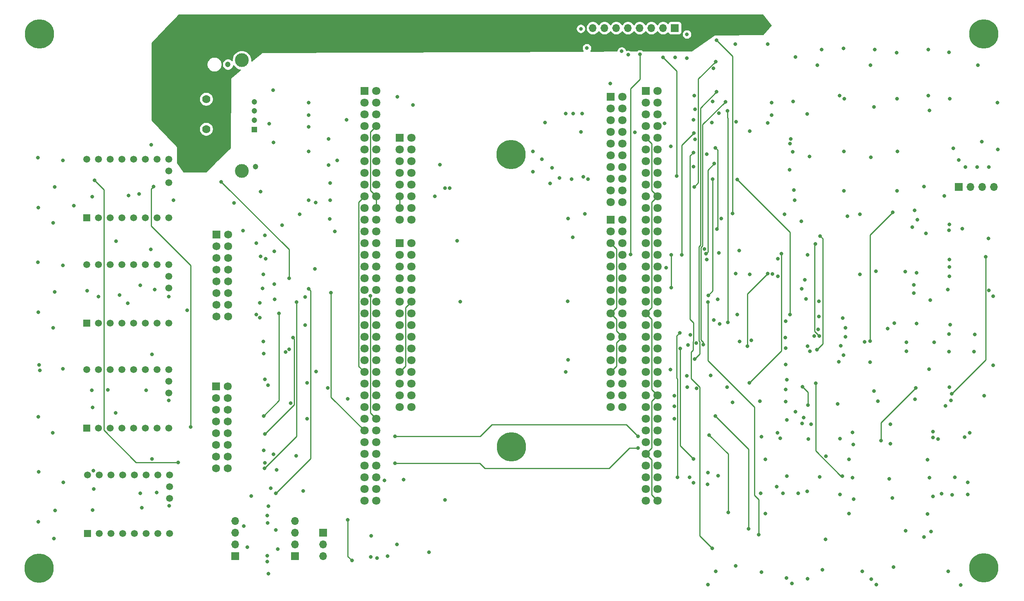
<source format=gbr>
G04 #@! TF.GenerationSoftware,KiCad,Pcbnew,(5.1.5-0-10_14)*
G04 #@! TF.CreationDate,2020-06-29T22:51:02-04:00*
G04 #@! TF.ProjectId,Pufferfish-Controller-1,50756666-6572-4666-9973-682d436f6e74,rev?*
G04 #@! TF.SameCoordinates,Original*
G04 #@! TF.FileFunction,Copper,L3,Inr*
G04 #@! TF.FilePolarity,Positive*
%FSLAX46Y46*%
G04 Gerber Fmt 4.6, Leading zero omitted, Abs format (unit mm)*
G04 Created by KiCad (PCBNEW (5.1.5-0-10_14)) date 2020-06-29 22:51:02*
%MOMM*%
%LPD*%
G04 APERTURE LIST*
%ADD10C,1.800000*%
%ADD11R,1.800000X1.800000*%
%ADD12R,1.508000X1.508000*%
%ADD13C,1.508000*%
%ADD14C,6.350000*%
%ADD15C,1.725000*%
%ADD16R,1.725000X1.725000*%
%ADD17R,1.300000X1.300000*%
%ADD18C,1.200000*%
%ADD19C,3.000000*%
%ADD20C,1.778000*%
%ADD21O,1.700000X1.700000*%
%ADD22R,1.700000X1.700000*%
%ADD23C,0.800000*%
%ADD24C,0.250000*%
%ADD25C,0.254000*%
G04 APERTURE END LIST*
D10*
X276708000Y-288209000D03*
X274168000Y-288209000D03*
X276708000Y-285669000D03*
X274168000Y-285669000D03*
X276708000Y-283129000D03*
X274168000Y-283129000D03*
X276708000Y-280589000D03*
X274168000Y-280589000D03*
X276708000Y-278049000D03*
X274168000Y-278049000D03*
X276708000Y-275509000D03*
X274168000Y-275509000D03*
X276708000Y-272969000D03*
X274168000Y-272969000D03*
X276708000Y-270429000D03*
X274168000Y-270429000D03*
X276708000Y-267889000D03*
X274168000Y-267889000D03*
X276708000Y-265349000D03*
X274168000Y-265349000D03*
X276708000Y-262809000D03*
X274168000Y-262809000D03*
X276708000Y-260269000D03*
X274168000Y-260269000D03*
X276708000Y-257729000D03*
X274168000Y-257729000D03*
X276708000Y-255189000D03*
X274168000Y-255189000D03*
X276708000Y-252649000D03*
X274168000Y-252649000D03*
X276708000Y-250109000D03*
X274168000Y-250109000D03*
X276708000Y-247569000D03*
X274168000Y-247569000D03*
X276708000Y-245029000D03*
X274168000Y-245029000D03*
X276708000Y-242489000D03*
X274168000Y-242489000D03*
X276708000Y-239949000D03*
X274168000Y-239949000D03*
X276708000Y-237409000D03*
X274168000Y-237409000D03*
X276708000Y-234869000D03*
X274168000Y-234869000D03*
X276708000Y-232329000D03*
X274168000Y-232329000D03*
X276708000Y-229789000D03*
X274168000Y-229789000D03*
X276708000Y-227249000D03*
X274168000Y-227249000D03*
X276708000Y-224709000D03*
X274168000Y-224709000D03*
X276708000Y-222169000D03*
X274168000Y-222169000D03*
X276708000Y-219629000D03*
X274168000Y-219629000D03*
X276708000Y-217089000D03*
X274168000Y-217089000D03*
X276708000Y-214549000D03*
X274168000Y-214549000D03*
X276708000Y-212009000D03*
X274168000Y-212009000D03*
X276708000Y-209469000D03*
X274168000Y-209469000D03*
X276708000Y-206929000D03*
X274168000Y-206929000D03*
X276708000Y-204389000D03*
X274168000Y-204389000D03*
X276708000Y-201849000D03*
X274168000Y-201849000D03*
X276708000Y-199309000D03*
D11*
X274168000Y-199309000D03*
D10*
X269088000Y-267889000D03*
X266548000Y-267889000D03*
X269088000Y-265349000D03*
X266548000Y-265349000D03*
X269088000Y-262809000D03*
X266548000Y-262809000D03*
X269088000Y-260269000D03*
X266548000Y-260269000D03*
X269088000Y-257729000D03*
X266548000Y-257729000D03*
X269088000Y-255189000D03*
X266548000Y-255189000D03*
X269088000Y-252649000D03*
X266548000Y-252649000D03*
X269088000Y-250109000D03*
X266548000Y-250109000D03*
X269088000Y-247569000D03*
X266548000Y-247569000D03*
X269088000Y-245029000D03*
X266548000Y-245029000D03*
X269088000Y-242489000D03*
X266548000Y-242489000D03*
X269088000Y-239949000D03*
X266548000Y-239949000D03*
X269088000Y-237409000D03*
X266548000Y-237409000D03*
X269088000Y-234869000D03*
X266548000Y-234869000D03*
X269088000Y-232329000D03*
X266548000Y-232329000D03*
X269088000Y-229789000D03*
X266548000Y-229789000D03*
X269088000Y-227249000D03*
D11*
X266548000Y-227249000D03*
D10*
X269088000Y-223439000D03*
X266548000Y-223439000D03*
X269088000Y-220899000D03*
X266548000Y-220899000D03*
X269088000Y-218359000D03*
X266548000Y-218359000D03*
X269088000Y-215819000D03*
X266548000Y-215819000D03*
X269088000Y-213279000D03*
X266548000Y-213279000D03*
X269088000Y-210739000D03*
X266548000Y-210739000D03*
X269088000Y-208199000D03*
X266548000Y-208199000D03*
X269088000Y-205659000D03*
X266548000Y-205659000D03*
X269088000Y-203119000D03*
X266548000Y-203119000D03*
X269088000Y-200579000D03*
D11*
X266548000Y-200579000D03*
D10*
X223368000Y-267889000D03*
X220828000Y-267889000D03*
X223368000Y-265349000D03*
X220828000Y-265349000D03*
X223368000Y-262809000D03*
X220828000Y-262809000D03*
X223368000Y-260269000D03*
X220828000Y-260269000D03*
X223368000Y-257729000D03*
X220828000Y-257729000D03*
X223368000Y-255189000D03*
X220828000Y-255189000D03*
X223368000Y-252649000D03*
X220828000Y-252649000D03*
X223368000Y-250109000D03*
X220828000Y-250109000D03*
X223368000Y-247569000D03*
X220828000Y-247569000D03*
X223368000Y-245029000D03*
X220828000Y-245029000D03*
X223368000Y-242489000D03*
X220828000Y-242489000D03*
X223368000Y-239949000D03*
X220828000Y-239949000D03*
X223368000Y-237409000D03*
X220828000Y-237409000D03*
X223368000Y-234869000D03*
X220828000Y-234869000D03*
X223368000Y-232329000D03*
D11*
X220828000Y-232329000D03*
D10*
X223368000Y-227249000D03*
X220828000Y-227249000D03*
X223368000Y-224709000D03*
X220828000Y-224709000D03*
X223368000Y-222169000D03*
X220828000Y-222169000D03*
X223368000Y-219629000D03*
X220828000Y-219629000D03*
X223368000Y-217089000D03*
X220828000Y-217089000D03*
X223368000Y-214549000D03*
X220828000Y-214549000D03*
X223368000Y-212009000D03*
X220828000Y-212009000D03*
X223368000Y-209469000D03*
D11*
X220828000Y-209469000D03*
D10*
X215748000Y-288209000D03*
X213208000Y-288209000D03*
X215748000Y-285669000D03*
X213208000Y-285669000D03*
X215748000Y-283129000D03*
X213208000Y-283129000D03*
X215748000Y-280589000D03*
X213208000Y-280589000D03*
X215748000Y-278049000D03*
X213208000Y-278049000D03*
X215748000Y-275509000D03*
X213208000Y-275509000D03*
X215748000Y-272969000D03*
X213208000Y-272969000D03*
X215748000Y-270429000D03*
X213208000Y-270429000D03*
X215748000Y-267889000D03*
X213208000Y-267889000D03*
X215748000Y-265349000D03*
X213208000Y-265349000D03*
X215748000Y-262809000D03*
X213208000Y-262809000D03*
X215748000Y-260269000D03*
X213208000Y-260269000D03*
X215748000Y-257729000D03*
X213208000Y-257729000D03*
X215748000Y-255189000D03*
X213208000Y-255189000D03*
X215748000Y-252649000D03*
X213208000Y-252649000D03*
X215748000Y-250109000D03*
X213208000Y-250109000D03*
X215748000Y-247569000D03*
X213208000Y-247569000D03*
X215748000Y-245029000D03*
X213208000Y-245029000D03*
X215748000Y-242489000D03*
X213208000Y-242489000D03*
X215748000Y-239949000D03*
X213208000Y-239949000D03*
X215748000Y-237409000D03*
X213208000Y-237409000D03*
X215748000Y-234869000D03*
X213208000Y-234869000D03*
X215748000Y-232329000D03*
X213208000Y-232329000D03*
X215748000Y-229789000D03*
X213208000Y-229789000D03*
X215748000Y-227249000D03*
X213208000Y-227249000D03*
X215748000Y-224709000D03*
X213208000Y-224709000D03*
X215748000Y-222169000D03*
X213208000Y-222169000D03*
X215748000Y-219629000D03*
X213208000Y-219629000D03*
X215748000Y-217089000D03*
X213208000Y-217089000D03*
X215748000Y-214549000D03*
X213208000Y-214549000D03*
X215748000Y-212009000D03*
X213208000Y-212009000D03*
X215748000Y-209469000D03*
X213208000Y-209469000D03*
X215748000Y-206929000D03*
X213208000Y-206929000D03*
X215748000Y-204389000D03*
X213208000Y-204389000D03*
X215748000Y-201849000D03*
X213208000Y-201849000D03*
X215748000Y-199309000D03*
D11*
X213208000Y-199309000D03*
D12*
X153035000Y-272415000D03*
D13*
X160655000Y-272415000D03*
X170815000Y-272415000D03*
X165735000Y-272415000D03*
X158115000Y-272415000D03*
X155575000Y-272415000D03*
X168275000Y-272415000D03*
X163195000Y-272415000D03*
X160655000Y-259715000D03*
X158115000Y-259715000D03*
X155575000Y-259715000D03*
X168275000Y-259715000D03*
X163195000Y-259715000D03*
X153035000Y-259715000D03*
X165735000Y-259715000D03*
X170815000Y-259715000D03*
X170815000Y-264795000D03*
X170815000Y-262255000D03*
D12*
X153035000Y-226822000D03*
D13*
X160655000Y-226822000D03*
X170815000Y-226822000D03*
X165735000Y-226822000D03*
X158115000Y-226822000D03*
X155575000Y-226822000D03*
X168275000Y-226822000D03*
X163195000Y-226822000D03*
X160655000Y-214122000D03*
X158115000Y-214122000D03*
X155575000Y-214122000D03*
X168275000Y-214122000D03*
X163195000Y-214122000D03*
X153035000Y-214122000D03*
X165735000Y-214122000D03*
X170815000Y-214122000D03*
X170815000Y-219202000D03*
X170815000Y-216662000D03*
D12*
X153035000Y-249682000D03*
D13*
X160655000Y-249682000D03*
X170815000Y-249682000D03*
X165735000Y-249682000D03*
X158115000Y-249682000D03*
X155575000Y-249682000D03*
X168275000Y-249682000D03*
X163195000Y-249682000D03*
X160655000Y-236982000D03*
X158115000Y-236982000D03*
X155575000Y-236982000D03*
X168275000Y-236982000D03*
X163195000Y-236982000D03*
X153035000Y-236982000D03*
X165735000Y-236982000D03*
X170815000Y-236982000D03*
X170815000Y-242062000D03*
X170815000Y-239522000D03*
D12*
X153162000Y-295275000D03*
D13*
X160782000Y-295275000D03*
X170942000Y-295275000D03*
X165862000Y-295275000D03*
X158242000Y-295275000D03*
X155702000Y-295275000D03*
X168402000Y-295275000D03*
X163322000Y-295275000D03*
X160782000Y-282575000D03*
X158242000Y-282575000D03*
X155702000Y-282575000D03*
X168402000Y-282575000D03*
X163322000Y-282575000D03*
X153162000Y-282575000D03*
X165862000Y-282575000D03*
X170942000Y-282575000D03*
X170942000Y-287655000D03*
X170942000Y-285115000D03*
D14*
X245046000Y-276555000D03*
X142748000Y-186944000D03*
X142684000Y-302832000D03*
X347408000Y-186944000D03*
X245008000Y-213106000D03*
X347408000Y-302768000D03*
D15*
X183566000Y-281163000D03*
X181026000Y-281163000D03*
X183566000Y-278623000D03*
X181026000Y-278623000D03*
X183566000Y-276083000D03*
X181026000Y-276083000D03*
X183566000Y-273543000D03*
X181026000Y-273543000D03*
X183566000Y-271003000D03*
X181026000Y-271003000D03*
X183566000Y-268463000D03*
X181026000Y-268463000D03*
X183566000Y-265923000D03*
X181026000Y-265923000D03*
X183566000Y-263383000D03*
D16*
X181026000Y-263383000D03*
D15*
X183667000Y-248196000D03*
X181127000Y-248196000D03*
X183667000Y-245656000D03*
X181127000Y-245656000D03*
X183667000Y-243116000D03*
X181127000Y-243116000D03*
X183667000Y-240576000D03*
X181127000Y-240576000D03*
X183667000Y-238036000D03*
X181127000Y-238036000D03*
X183667000Y-235496000D03*
X181127000Y-235496000D03*
X183667000Y-232956000D03*
X181127000Y-232956000D03*
X183667000Y-230416000D03*
D16*
X181127000Y-230416000D03*
D17*
X189370000Y-207645000D03*
D18*
X189370000Y-205645000D03*
X189370000Y-203645000D03*
X189370000Y-201645000D03*
X183620000Y-193545000D03*
X189620000Y-215745000D03*
D19*
X186620000Y-192645000D03*
X186620000Y-216645000D03*
D20*
X178892000Y-207555000D03*
X178892000Y-201055000D03*
D21*
X349631500Y-220091500D03*
X347091500Y-220091500D03*
D22*
X342011500Y-220091500D03*
D21*
X344551500Y-220091500D03*
D22*
X204203500Y-295160500D03*
D21*
X204203500Y-297700500D03*
X204203500Y-300240500D03*
X198119500Y-292595500D03*
X198119500Y-295135500D03*
D22*
X198119500Y-300215500D03*
D21*
X198119500Y-297675500D03*
X262674500Y-185648500D03*
X265214500Y-185648500D03*
X267754500Y-185648500D03*
X270294500Y-185648500D03*
X272834500Y-185648500D03*
X275374500Y-185648500D03*
D22*
X280454500Y-185648500D03*
D21*
X277914500Y-185648500D03*
X185229500Y-292595500D03*
X185229500Y-295135500D03*
D22*
X185229500Y-300215500D03*
D21*
X185229500Y-297675500D03*
D23*
X317436500Y-252603000D03*
X310705500Y-252476000D03*
X291782500Y-263588500D03*
X283083000Y-187007500D03*
X260096000Y-185801000D03*
X258318000Y-231076500D03*
X249745500Y-212407500D03*
X249745500Y-216852500D03*
X228473000Y-222123000D03*
X223710500Y-202311000D03*
X209359500Y-205549500D03*
X201104500Y-223012000D03*
X186880500Y-229616000D03*
X233934000Y-244983000D03*
X256857500Y-260286500D03*
X145732500Y-227901500D03*
X145923000Y-296418000D03*
X145669000Y-273431000D03*
X145732500Y-250698000D03*
X142557500Y-270002000D03*
X142621000Y-281940000D03*
X142430500Y-213804500D03*
X142430500Y-236474000D03*
X142684500Y-258699000D03*
X142557500Y-247269000D03*
X142557500Y-224599500D03*
X142557500Y-292735000D03*
X350393000Y-201803000D03*
X306006500Y-212471000D03*
X306260500Y-220789500D03*
X338836000Y-222059500D03*
X350456500Y-211963000D03*
X339852000Y-190944500D03*
X306578000Y-191897000D03*
X306133500Y-201549000D03*
X317119000Y-212407500D03*
X328676000Y-212407500D03*
X340804500Y-211709000D03*
X214630000Y-295846500D03*
X214566500Y-300418500D03*
X332816600Y-249794600D03*
X316883100Y-248582400D03*
X293949100Y-247791800D03*
X320615600Y-226071000D03*
X192345000Y-263111400D03*
X322813200Y-258128400D03*
X293720200Y-206003600D03*
X190687500Y-235173000D03*
X335256600Y-279289000D03*
X318201400Y-291030000D03*
X300091500Y-279194000D03*
X335256600Y-291061500D03*
X300091500Y-290998500D03*
X318201400Y-279257000D03*
X324118600Y-306413500D03*
X192405000Y-304038000D03*
X187078700Y-293669700D03*
X187807600Y-298297600D03*
X166878000Y-233680000D03*
X167005000Y-210947000D03*
X167132000Y-256413000D03*
X167132000Y-279146000D03*
X199961500Y-286067500D03*
X194183000Y-281495500D03*
X191389000Y-256286000D03*
X202755500Y-260159500D03*
X193738500Y-244475000D03*
X200342500Y-243967000D03*
X188656100Y-287199900D03*
X317004400Y-190106600D03*
X317213200Y-201010300D03*
X328537700Y-191019300D03*
X328643200Y-201010300D03*
X340009700Y-201010300D03*
X317107700Y-220991300D03*
X328601200Y-220991300D03*
X218186000Y-300228000D03*
X190690500Y-221170500D03*
X207264000Y-214376000D03*
X198374000Y-278447500D03*
X260096000Y-208153000D03*
X342455500Y-306451000D03*
X305816000Y-306133500D03*
X287655000Y-306387500D03*
X349418000Y-243862500D03*
X349468000Y-258790000D03*
X345498500Y-252095000D03*
X335595600Y-259644700D03*
X323659500Y-264414000D03*
X294513000Y-253619000D03*
X288925000Y-248983500D03*
X293687500Y-238950500D03*
X287401000Y-235902500D03*
X290037000Y-234411000D03*
X294449500Y-233934000D03*
X334890800Y-230195700D03*
X332422500Y-225234500D03*
X309270500Y-234861000D03*
X324040500Y-238379000D03*
X308864000Y-244411500D03*
X311721500Y-244919500D03*
X309753000Y-255778000D03*
X335807800Y-244645700D03*
X293560500Y-189166500D03*
X348488000Y-215773000D03*
X147828000Y-214376000D03*
X147828000Y-237109000D03*
X147828000Y-259588000D03*
X147955000Y-284226000D03*
X296672000Y-208026000D03*
X339946200Y-235887200D03*
X192125600Y-300101000D03*
X317857500Y-226466000D03*
X317479600Y-250718900D03*
X255448000Y-218180300D03*
X336392100Y-287265600D03*
X299085400Y-286576000D03*
X316261200Y-274729500D03*
X336392100Y-274504000D03*
X316244400Y-286818200D03*
X299237900Y-274352400D03*
X227203000Y-299402500D03*
X321552800Y-253714800D03*
X297044900Y-253416500D03*
X296672000Y-239062800D03*
X304442700Y-252767100D03*
X348462500Y-231333600D03*
X337490000Y-274780700D03*
X319196200Y-287861900D03*
X303327000Y-274644700D03*
X304457100Y-255072700D03*
X304484100Y-258634400D03*
X304711100Y-261951600D03*
X304526700Y-264100600D03*
X304487100Y-266718500D03*
X339115500Y-267653900D03*
X339935500Y-263520000D03*
X339872200Y-255829000D03*
X304451600Y-249276900D03*
X339871700Y-252045700D03*
X258115000Y-218415900D03*
X256845000Y-204183900D03*
X261671000Y-218404900D03*
X252324600Y-206117000D03*
X253476200Y-219338900D03*
X260401000Y-204203200D03*
X302800200Y-235670000D03*
X302828000Y-239508200D03*
X339649200Y-242393200D03*
X339940100Y-239502900D03*
X339932900Y-237450500D03*
X339905100Y-229504100D03*
X304216700Y-226013500D03*
X339923000Y-228287400D03*
X205447000Y-215369900D03*
X205400700Y-209712400D03*
X201102200Y-204563900D03*
X201143000Y-207093500D03*
X251692800Y-214138100D03*
X253897500Y-216006100D03*
X192596000Y-206444700D03*
X338311200Y-286694300D03*
X303911000Y-286550500D03*
X289370000Y-303532000D03*
X309248900Y-305089800D03*
X319122800Y-275999500D03*
X304673800Y-304944400D03*
X323066800Y-305247200D03*
X189806100Y-232306900D03*
X192176400Y-301421800D03*
X154214100Y-222278000D03*
X155575000Y-243905200D03*
X154268700Y-267970300D03*
X154311400Y-290190500D03*
X191620600Y-230621100D03*
X261385000Y-190004600D03*
X347535600Y-265444000D03*
X332502300Y-266148800D03*
X320548000Y-239061100D03*
X315773100Y-267182600D03*
X298916900Y-266633400D03*
X293650000Y-302374000D03*
X312475100Y-303172500D03*
X327869300Y-302571000D03*
X299271700Y-303682500D03*
X321085600Y-303530000D03*
X339671200Y-303557200D03*
X195394800Y-228412300D03*
X205746400Y-223040200D03*
X257289500Y-226968500D03*
X309353500Y-267441400D03*
X324471800Y-266598700D03*
X308114000Y-263444600D03*
X292963500Y-266901200D03*
X205757400Y-219257500D03*
X215900000Y-300672500D03*
X194437000Y-298704000D03*
X280518000Y-192024000D03*
X220345500Y-200592200D03*
X283083000Y-192151000D03*
X193973400Y-294543500D03*
X347821100Y-235244400D03*
X340512600Y-264973100D03*
X284505400Y-205596000D03*
X266446000Y-197675500D03*
X300609000Y-206248000D03*
X300609000Y-189166500D03*
X164402027Y-221677973D03*
X150241000Y-224155000D03*
X295338500Y-186245500D03*
X296608500Y-186245500D03*
X291528500Y-183705500D03*
X296608500Y-184975500D03*
X296608500Y-183705500D03*
X294068500Y-183705500D03*
X291528500Y-184975500D03*
X292798500Y-184975500D03*
X292798500Y-183705500D03*
X295338500Y-183705500D03*
X294068500Y-184975500D03*
X295338500Y-184975500D03*
X292798500Y-186245500D03*
X291528500Y-186245500D03*
X294068500Y-186245500D03*
X184899700Y-223611900D03*
X205653600Y-227072900D03*
X192227200Y-293039800D03*
X192134000Y-291388900D03*
X171804300Y-223046800D03*
X170815000Y-243878600D03*
X170815000Y-266469100D03*
X170866000Y-289296500D03*
X301418300Y-204564300D03*
X301424800Y-201806100D03*
X192405000Y-289369500D03*
X199136000Y-226060000D03*
X174117000Y-212534500D03*
X175387000Y-212534500D03*
X176657000Y-212534500D03*
X177927000Y-212534500D03*
X179197000Y-212534500D03*
X174117000Y-213804500D03*
X175387000Y-213804500D03*
X176657000Y-213804500D03*
X177927000Y-213804500D03*
X179197000Y-213804500D03*
X174117000Y-215074500D03*
X175387000Y-215074500D03*
X176657000Y-215074500D03*
X177927000Y-215074500D03*
X179197000Y-215074500D03*
X303566000Y-234580300D03*
X296618000Y-262633600D03*
X300592700Y-238893500D03*
X296161200Y-254666400D03*
X310884800Y-232484900D03*
X311796000Y-252475800D03*
X311977300Y-230756400D03*
X311227400Y-255443400D03*
X316020500Y-258084000D03*
X317024700Y-256611500D03*
X309262900Y-254686200D03*
X345262900Y-255880600D03*
X316402000Y-254564500D03*
X305348400Y-216386700D03*
X334449400Y-220081600D03*
X322920100Y-213697100D03*
X309649500Y-213562900D03*
X305390300Y-210694600D03*
X346982500Y-210278500D03*
X305626100Y-209687800D03*
X335660200Y-203528600D03*
X323632200Y-202800300D03*
X309156100Y-204285900D03*
X346119200Y-193727200D03*
X316178200Y-200282300D03*
X335391000Y-200296000D03*
X322878200Y-193727200D03*
X311321200Y-193727200D03*
X335391000Y-190340500D03*
X323834000Y-190296300D03*
X312312300Y-190302500D03*
X164961800Y-289739300D03*
X146185200Y-290312000D03*
X159244300Y-269159000D03*
X142898100Y-259903000D03*
X161925000Y-245333500D03*
X146088100Y-242897000D03*
X162051700Y-221991000D03*
X146111800Y-220138000D03*
X210468700Y-301179400D03*
X209580100Y-266088800D03*
X209580100Y-292323900D03*
X285159800Y-263855300D03*
X217515100Y-283779000D03*
X302737100Y-273449500D03*
X309435200Y-274782300D03*
X309951600Y-271615700D03*
X318950300Y-273355300D03*
X327149700Y-275875700D03*
X327149700Y-271594300D03*
X318950300Y-283225700D03*
X327596600Y-287564900D03*
X326913700Y-283445000D03*
X302538500Y-285132800D03*
X309114200Y-286123800D03*
X311882400Y-283061700D03*
X336392100Y-273201100D03*
X343293400Y-274358000D03*
X344403500Y-273485700D03*
X335616300Y-283218100D03*
X343968800Y-286864700D03*
X343985400Y-284217400D03*
X258470100Y-204189600D03*
X193675000Y-234061000D03*
X191293200Y-239120100D03*
X229579200Y-215279100D03*
X190503500Y-245290100D03*
X230683600Y-220344800D03*
X189760800Y-247788100D03*
X233276400Y-231809100D03*
X202594500Y-223492300D03*
X278248800Y-206294000D03*
X164595800Y-241442900D03*
X201117300Y-201879000D03*
X201131200Y-212425400D03*
X174752000Y-246888000D03*
X193973400Y-286593500D03*
X201115800Y-242265000D03*
X191553400Y-281143200D03*
X198466800Y-245110000D03*
X191354400Y-269786700D03*
X194686800Y-247586000D03*
X200387500Y-250109000D03*
X191587500Y-273742600D03*
X197730700Y-252832000D03*
X193454100Y-278101800D03*
X196902300Y-255372000D03*
X200747100Y-262666700D03*
X192878700Y-285487600D03*
X197240700Y-267063600D03*
X164643100Y-286593500D03*
X191668700Y-279967100D03*
X200784700Y-270429000D03*
X182182500Y-219018500D03*
X196877000Y-239939500D03*
X205223600Y-263689900D03*
X191609100Y-261897000D03*
X206797600Y-229756300D03*
X271844000Y-208303700D03*
X191380900Y-277284700D03*
X196089800Y-255974200D03*
X304749500Y-282829300D03*
X230634200Y-288015800D03*
X288841700Y-194425600D03*
X284646200Y-200341400D03*
X291917000Y-249475400D03*
X291846000Y-203644500D03*
X305435000Y-247777000D03*
X284827900Y-203258500D03*
X293981002Y-218503500D03*
X284646500Y-220111400D03*
X289296400Y-192941000D03*
X289265100Y-211629400D03*
X289581300Y-229284100D03*
X281949600Y-234894500D03*
X284557900Y-208454600D03*
X289009700Y-215043500D03*
X287256100Y-234613300D03*
X288688800Y-218412600D03*
X287692300Y-243637000D03*
X279654000Y-234823000D03*
X287655000Y-245110000D03*
X279601000Y-211325700D03*
X260663300Y-217961000D03*
X298615800Y-295576900D03*
X313143700Y-296594800D03*
X334421800Y-296064500D03*
X279654000Y-241935000D03*
X288547100Y-298490600D03*
X284515400Y-212637800D03*
X284518600Y-215747500D03*
X277876000Y-192024000D03*
X280852200Y-217782900D03*
X307909700Y-227617500D03*
X290484900Y-226968500D03*
X272898000Y-191353500D03*
X278574500Y-237617000D03*
X270891000Y-234759500D03*
X220287400Y-297697300D03*
X281074500Y-283143100D03*
X281524800Y-251750800D03*
X272478500Y-274193000D03*
X154505800Y-285647100D03*
X285122300Y-253974500D03*
X219787300Y-274242700D03*
X283306800Y-254394600D03*
X154494900Y-281645300D03*
X167772800Y-242385300D03*
X283817400Y-252225000D03*
X153088000Y-242611800D03*
X279499900Y-259719100D03*
X283093100Y-261094900D03*
X160146800Y-243612900D03*
X165924200Y-264246900D03*
X280349100Y-265409800D03*
X154136400Y-264230000D03*
X280349100Y-267725000D03*
X157631100Y-264143100D03*
X283153700Y-263525500D03*
X167517200Y-220075400D03*
X175514000Y-272161000D03*
X280349100Y-270437500D03*
X272478500Y-276733000D03*
X154730500Y-218725300D03*
X172847000Y-279908000D03*
X219813000Y-280059000D03*
X284505800Y-279118600D03*
X281619900Y-255171900D03*
X159385000Y-231902000D03*
X283620000Y-283122300D03*
X168140600Y-286461600D03*
X284532900Y-284328000D03*
X342790200Y-229226700D03*
X288480300Y-206156200D03*
X288653300Y-201574100D03*
X287426500Y-213022000D03*
X270358000Y-191453000D03*
X268935400Y-190699200D03*
X284819600Y-209806000D03*
X306404100Y-222993500D03*
X289510800Y-188294300D03*
X292943400Y-225912200D03*
X286665400Y-254344400D03*
X291442600Y-201656100D03*
X284785300Y-257431900D03*
X289506100Y-199497400D03*
X288251300Y-261047800D03*
X221645200Y-283648300D03*
X330453700Y-294705300D03*
X304741400Y-270676400D03*
X289208100Y-269792500D03*
X296421700Y-294282900D03*
X287901000Y-273939000D03*
X292035600Y-290763800D03*
X336019500Y-294923000D03*
X289817800Y-282810900D03*
X287612600Y-282062900D03*
X322808600Y-253539700D03*
X327665700Y-225661600D03*
X326567900Y-250819100D03*
X287541600Y-284612600D03*
X190503500Y-248501800D03*
X257252400Y-244907000D03*
X191261800Y-253685200D03*
X257302400Y-257607000D03*
X286877400Y-233572100D03*
X193695900Y-241219100D03*
X260977900Y-225966200D03*
X202501800Y-237878900D03*
X330657000Y-253839200D03*
X308067300Y-271464700D03*
X330682400Y-255777100D03*
X308352900Y-270136900D03*
X325122400Y-275156100D03*
X332690900Y-263735500D03*
X307174500Y-286576400D03*
X336698700Y-253821400D03*
X313244500Y-278571000D03*
X340327800Y-266423500D03*
X340560800Y-286890300D03*
X316796900Y-282842500D03*
X310970300Y-262708000D03*
X341164500Y-283093000D03*
X306626700Y-268894600D03*
X193526700Y-210502500D03*
X331919000Y-228857100D03*
X193425300Y-199170200D03*
X333032900Y-227216700D03*
X330405400Y-238516800D03*
X332836100Y-238745000D03*
X307963800Y-242245300D03*
X308606500Y-240285000D03*
X348546900Y-242524800D03*
X340155500Y-250022500D03*
X332288100Y-241369500D03*
X290161900Y-249875800D03*
X332293000Y-243193200D03*
X311507600Y-251022400D03*
X311646700Y-248271200D03*
X327992700Y-249713300D03*
X205963100Y-243100000D03*
X214478100Y-243759000D03*
X341998000Y-214291700D03*
X290028900Y-204114000D03*
X343428500Y-215780500D03*
X301602100Y-239046000D03*
X345991000Y-215780500D03*
X289742100Y-244515800D03*
X191160100Y-242165400D03*
X231712200Y-220385900D03*
X191770000Y-235712000D03*
D24*
X308114000Y-263444600D02*
X309353500Y-264684100D01*
X309353500Y-264684100D02*
X309353500Y-267441400D01*
X340512600Y-264973100D02*
X347821100Y-257664600D01*
X347821100Y-257664600D02*
X347821100Y-235244400D01*
X296618000Y-262633600D02*
X303566000Y-255685600D01*
X303566000Y-255685600D02*
X303566000Y-234580300D01*
X296161200Y-254666400D02*
X296161200Y-243325000D01*
X296161200Y-243325000D02*
X300592700Y-238893500D01*
X311796000Y-252475800D02*
X310777000Y-251456800D01*
X310777000Y-251456800D02*
X310777000Y-232592700D01*
X311227400Y-255443400D02*
X312521300Y-254149500D01*
X312521300Y-254149500D02*
X312521300Y-231300400D01*
X312521300Y-231300400D02*
X311977300Y-230756400D01*
X209580100Y-300290800D02*
X209580100Y-292323900D01*
X210468700Y-301179400D02*
X209580100Y-300290800D01*
X274168000Y-278049000D02*
X275438000Y-279319000D01*
X275438000Y-279319000D02*
X275438000Y-286939000D01*
X275438000Y-286939000D02*
X276708000Y-288209000D01*
X276708000Y-265349000D02*
X275438000Y-266619000D01*
X275438000Y-266619000D02*
X275438000Y-276779000D01*
X275438000Y-276779000D02*
X274168000Y-278049000D01*
X274168000Y-247569000D02*
X275438000Y-248839000D01*
X275438000Y-248839000D02*
X275438000Y-264079000D01*
X275438000Y-264079000D02*
X276708000Y-265349000D01*
X276708000Y-222169000D02*
X275438000Y-223439000D01*
X275438000Y-223439000D02*
X275438000Y-246299000D01*
X275438000Y-246299000D02*
X274168000Y-247569000D01*
X274168000Y-209469000D02*
X275438000Y-210739000D01*
X275438000Y-210739000D02*
X275438000Y-220899000D01*
X275438000Y-220899000D02*
X276708000Y-222169000D01*
X266548000Y-247569000D02*
X267818000Y-248839000D01*
X267818000Y-248839000D02*
X267818000Y-251379000D01*
X267818000Y-251379000D02*
X269088000Y-252649000D01*
X269088000Y-252649000D02*
X267818000Y-253919000D01*
X267818000Y-253919000D02*
X267818000Y-258999000D01*
X267818000Y-258999000D02*
X266548000Y-260269000D01*
X266548000Y-232329000D02*
X267818000Y-233599000D01*
X267818000Y-233599000D02*
X267818000Y-246299000D01*
X267818000Y-246299000D02*
X266548000Y-247569000D01*
X223368000Y-245029000D02*
X222098000Y-246299000D01*
X222098000Y-246299000D02*
X222098000Y-258999000D01*
X222098000Y-258999000D02*
X220828000Y-260269000D01*
X220828000Y-222169000D02*
X220828000Y-224709000D01*
X213208000Y-222169000D02*
X211975600Y-223401400D01*
X211975600Y-223401400D02*
X211975600Y-259036600D01*
X211975600Y-259036600D02*
X213208000Y-260269000D01*
X215748000Y-222169000D02*
X215748000Y-224709000D01*
X215748000Y-206929000D02*
X214478000Y-208199000D01*
X214478000Y-208199000D02*
X214478000Y-220899000D01*
X214478000Y-220899000D02*
X215748000Y-222169000D01*
X193973400Y-286593500D02*
X201510000Y-279056900D01*
X201510000Y-279056900D02*
X201510000Y-242659200D01*
X201510000Y-242659200D02*
X201115800Y-242265000D01*
X191553400Y-281143200D02*
X198466800Y-274229800D01*
X198466800Y-274229800D02*
X198466800Y-245110000D01*
X191354400Y-269786700D02*
X194686800Y-266454300D01*
X194686800Y-266454300D02*
X194686800Y-247586000D01*
X191587500Y-273742600D02*
X197966000Y-267364100D01*
X197966000Y-267364100D02*
X197966000Y-253067300D01*
X197966000Y-253067300D02*
X197730700Y-252832000D01*
X182182500Y-219018500D02*
X196877000Y-233713000D01*
X196877000Y-233713000D02*
X196877000Y-239939500D01*
X291917000Y-211716500D02*
X291917000Y-211653000D01*
X291917000Y-249475400D02*
X291917000Y-211716500D01*
X291909500Y-203708000D02*
X291846000Y-203644500D01*
X291909500Y-205168500D02*
X291909500Y-203708000D01*
X291917000Y-205176000D02*
X291909500Y-205168500D01*
X291917000Y-211716500D02*
X291917000Y-205176000D01*
X305435000Y-229957498D02*
X293981002Y-218503500D01*
X305435000Y-247777000D02*
X305435000Y-229957498D01*
X284646500Y-220111400D02*
X285553200Y-219204700D01*
X285553200Y-219204700D02*
X285553200Y-196684200D01*
X285553200Y-196684200D02*
X289296400Y-192941000D01*
X289581300Y-229284100D02*
X289735000Y-229130400D01*
X289735000Y-229130400D02*
X289735000Y-212099300D01*
X289735000Y-212099300D02*
X289265100Y-211629400D01*
X281949600Y-234894500D02*
X281949600Y-211062900D01*
X281949600Y-211062900D02*
X284557900Y-208454600D01*
X289009700Y-215043500D02*
X287602700Y-216450500D01*
X287602700Y-216450500D02*
X287602700Y-234266700D01*
X287602700Y-234266700D02*
X287256100Y-234613300D01*
X287692300Y-243637000D02*
X288688800Y-242640500D01*
X288688800Y-242640500D02*
X288688800Y-218412600D01*
X297688000Y-287020000D02*
X297688000Y-267843000D01*
X298615800Y-287947800D02*
X297688000Y-287020000D01*
X298615800Y-295576900D02*
X298615800Y-287947800D01*
X289052000Y-259207000D02*
X288925000Y-259080000D01*
X297688000Y-267843000D02*
X289052000Y-259207000D01*
X287655000Y-257810000D02*
X287655000Y-245110000D01*
X289052000Y-259207000D02*
X287655000Y-257810000D01*
X279654000Y-234823000D02*
X279654000Y-241859004D01*
X284515400Y-212637800D02*
X283770900Y-213382300D01*
X283770900Y-213382300D02*
X283770900Y-248843600D01*
X283770900Y-248843600D02*
X284542800Y-249615500D01*
X284542800Y-249615500D02*
X284542800Y-253528300D01*
X284542800Y-253528300D02*
X284397000Y-253674100D01*
X284397000Y-253674100D02*
X284397000Y-255511900D01*
X284397000Y-255511900D02*
X284000700Y-255908200D01*
X284000700Y-255908200D02*
X284000700Y-261670400D01*
X284000700Y-261670400D02*
X285885100Y-263554800D01*
X285885100Y-263554800D02*
X285885100Y-295828600D01*
X285885100Y-295828600D02*
X288547100Y-298490600D01*
X280852200Y-195000200D02*
X277876000Y-192024000D01*
X280852200Y-217782900D02*
X280852200Y-195000200D01*
X272898000Y-191353500D02*
X272898000Y-196748000D01*
X270891000Y-198755000D02*
X270891000Y-234759500D01*
X272898000Y-196748000D02*
X270891000Y-198755000D01*
X281524800Y-251750800D02*
X280866100Y-252409500D01*
X280866100Y-252409500D02*
X280866100Y-261599400D01*
X280866100Y-261599400D02*
X281074500Y-261807800D01*
X281074500Y-261807800D02*
X281074500Y-283143100D01*
X269938500Y-271653000D02*
X272478500Y-274193000D01*
X238265800Y-274242700D02*
X240855500Y-271653000D01*
X240855500Y-271653000D02*
X269938500Y-271653000D01*
X219787300Y-274242700D02*
X238265800Y-274242700D01*
X175514000Y-237109000D02*
X175514000Y-272161000D01*
X167024400Y-228619400D02*
X175514000Y-237109000D01*
X167024400Y-220568200D02*
X167024400Y-228619400D01*
X167517200Y-220075400D02*
X167024400Y-220568200D01*
X156743800Y-272878700D02*
X156743800Y-220738600D01*
X156743800Y-220738600D02*
X154730500Y-218725300D01*
X172847000Y-279908000D02*
X163703000Y-279908000D01*
X270637000Y-276733000D02*
X272478500Y-276733000D01*
X239331500Y-281178000D02*
X266192000Y-281178000D01*
X266192000Y-281178000D02*
X270637000Y-276733000D01*
X238212500Y-280059000D02*
X239331500Y-281178000D01*
X219813000Y-280059000D02*
X238212500Y-280059000D01*
X163354885Y-279557615D02*
X163354885Y-279559885D01*
X163354885Y-279559885D02*
X163703000Y-279908000D01*
X163576000Y-279781000D02*
X163354885Y-279557615D01*
X163354885Y-279557615D02*
X156743800Y-272878700D01*
X281619900Y-255171900D02*
X281619900Y-276232700D01*
X281619900Y-276232700D02*
X284505800Y-279118600D01*
X289510800Y-188294300D02*
X292943400Y-191726900D01*
X292943400Y-191726900D02*
X292943400Y-225912200D01*
X286665400Y-254344400D02*
X286665400Y-253854900D01*
X286665400Y-253854900D02*
X286152100Y-253341600D01*
X286152100Y-253341600D02*
X286152100Y-233271700D01*
X286152100Y-233271700D02*
X286477300Y-232946500D01*
X286477300Y-232946500D02*
X286477300Y-206621400D01*
X286477300Y-206621400D02*
X291442600Y-201656100D01*
X284785300Y-257431900D02*
X285847600Y-256369600D01*
X285847600Y-256369600D02*
X285847600Y-253674000D01*
X285847600Y-253674000D02*
X285701800Y-253528200D01*
X285701800Y-253528200D02*
X285701800Y-233085100D01*
X285701800Y-233085100D02*
X286003500Y-232783400D01*
X286003500Y-232783400D02*
X286003500Y-203000000D01*
X286003500Y-203000000D02*
X289506100Y-199497400D01*
X289208100Y-269792500D02*
X296421700Y-277006100D01*
X296421700Y-277006100D02*
X296421700Y-294282900D01*
X292035600Y-290763800D02*
X292035600Y-278073600D01*
X292035600Y-278073600D02*
X287901000Y-273939000D01*
X322808600Y-253539700D02*
X322808600Y-230518700D01*
X322808600Y-230518700D02*
X327665700Y-225661600D01*
X332690900Y-263735500D02*
X325122400Y-271304000D01*
X325122400Y-271304000D02*
X325122400Y-275156100D01*
X316796900Y-282842500D02*
X316463900Y-282842500D01*
X316463900Y-282842500D02*
X310970300Y-277348900D01*
X310970300Y-277348900D02*
X310970300Y-262708000D01*
X205963100Y-243100000D02*
X205963100Y-265724100D01*
X205963100Y-265724100D02*
X213208000Y-272969000D01*
X214478100Y-243759000D02*
X214478100Y-269159100D01*
X214478100Y-269159100D02*
X215748000Y-270429000D01*
D25*
G36*
X301301815Y-185059788D02*
G01*
X299536391Y-187007842D01*
X289178226Y-187071002D01*
X289153464Y-187073594D01*
X289129685Y-187080966D01*
X289107051Y-187093347D01*
X284059360Y-190563635D01*
X273607542Y-190599331D01*
X273557774Y-190549563D01*
X273388256Y-190436295D01*
X273199898Y-190358274D01*
X272999939Y-190318500D01*
X272796061Y-190318500D01*
X272596102Y-190358274D01*
X272407744Y-190436295D01*
X272238226Y-190549563D01*
X272183595Y-190604194D01*
X270956893Y-190608384D01*
X270848256Y-190535795D01*
X270659898Y-190457774D01*
X270459939Y-190418000D01*
X270256061Y-190418000D01*
X270056102Y-190457774D01*
X269951290Y-190501189D01*
X269930626Y-190397302D01*
X269852605Y-190208944D01*
X269739337Y-190039426D01*
X269595174Y-189895263D01*
X269425656Y-189781995D01*
X269237298Y-189703974D01*
X269037339Y-189664200D01*
X268833461Y-189664200D01*
X268633502Y-189703974D01*
X268445144Y-189781995D01*
X268275626Y-189895263D01*
X268131463Y-190039426D01*
X268018195Y-190208944D01*
X267940174Y-190397302D01*
X267900400Y-190597261D01*
X267900400Y-190618823D01*
X262206379Y-190638269D01*
X262302205Y-190494856D01*
X262380226Y-190306498D01*
X262420000Y-190106539D01*
X262420000Y-189902661D01*
X262380226Y-189702702D01*
X262302205Y-189514344D01*
X262188937Y-189344826D01*
X262044774Y-189200663D01*
X261875256Y-189087395D01*
X261686898Y-189009374D01*
X261486939Y-188969600D01*
X261283061Y-188969600D01*
X261083102Y-189009374D01*
X260894744Y-189087395D01*
X260725226Y-189200663D01*
X260581063Y-189344826D01*
X260467795Y-189514344D01*
X260389774Y-189702702D01*
X260350000Y-189902661D01*
X260350000Y-190106539D01*
X260389774Y-190306498D01*
X260467795Y-190494856D01*
X260567361Y-190643867D01*
X191134566Y-190881001D01*
X191109798Y-190883526D01*
X191085999Y-190890834D01*
X191054778Y-190909545D01*
X188755000Y-192783438D01*
X188755000Y-192434721D01*
X188672953Y-192022244D01*
X188512012Y-191633698D01*
X188278363Y-191284017D01*
X187980983Y-190986637D01*
X187631302Y-190752988D01*
X187242756Y-190592047D01*
X186830279Y-190510000D01*
X186409721Y-190510000D01*
X185997244Y-190592047D01*
X185608698Y-190752988D01*
X185259017Y-190986637D01*
X184961637Y-191284017D01*
X184727988Y-191633698D01*
X184567047Y-192022244D01*
X184485000Y-192434721D01*
X184485000Y-192663446D01*
X184407267Y-192585713D01*
X184204992Y-192450557D01*
X183980236Y-192357460D01*
X183741637Y-192310000D01*
X183498363Y-192310000D01*
X183259764Y-192357460D01*
X183035008Y-192450557D01*
X182832733Y-192585713D01*
X182660713Y-192757733D01*
X182525557Y-192960008D01*
X182432460Y-193184764D01*
X182385000Y-193423363D01*
X182385000Y-193666637D01*
X182432460Y-193905236D01*
X182525557Y-194129992D01*
X182660713Y-194332267D01*
X182832733Y-194504287D01*
X183035008Y-194639443D01*
X183259764Y-194732540D01*
X183498363Y-194780000D01*
X183741637Y-194780000D01*
X183980236Y-194732540D01*
X184204992Y-194639443D01*
X184407267Y-194504287D01*
X184579287Y-194332267D01*
X184714443Y-194129992D01*
X184807540Y-193905236D01*
X184827447Y-193805154D01*
X184961637Y-194005983D01*
X185259017Y-194303363D01*
X185608698Y-194537012D01*
X185997244Y-194697953D01*
X186325286Y-194763205D01*
X184196778Y-196497545D01*
X184179111Y-196515088D01*
X184165207Y-196535739D01*
X184155599Y-196558707D01*
X184150001Y-196595466D01*
X184086724Y-211655277D01*
X181351079Y-214325788D01*
X181127748Y-214475013D01*
X180900013Y-214702748D01*
X180778252Y-214884977D01*
X178827789Y-216789000D01*
X174053912Y-216789000D01*
X172656500Y-214905532D01*
X172656500Y-211518500D01*
X172654060Y-211493724D01*
X172646833Y-211469899D01*
X172635097Y-211447943D01*
X172621775Y-211431240D01*
X168814258Y-207404899D01*
X177368000Y-207404899D01*
X177368000Y-207705101D01*
X177426566Y-207999534D01*
X177541449Y-208276885D01*
X177708232Y-208526493D01*
X177920507Y-208738768D01*
X178170115Y-208905551D01*
X178447466Y-209020434D01*
X178741899Y-209079000D01*
X179042101Y-209079000D01*
X179336534Y-209020434D01*
X179613885Y-208905551D01*
X179863493Y-208738768D01*
X180075768Y-208526493D01*
X180242551Y-208276885D01*
X180357434Y-207999534D01*
X180416000Y-207705101D01*
X180416000Y-207404899D01*
X180357434Y-207110466D01*
X180242551Y-206833115D01*
X180075768Y-206583507D01*
X179863493Y-206371232D01*
X179613885Y-206204449D01*
X179336534Y-206089566D01*
X179042101Y-206031000D01*
X178741899Y-206031000D01*
X178447466Y-206089566D01*
X178170115Y-206204449D01*
X177920507Y-206371232D01*
X177708232Y-206583507D01*
X177541449Y-206833115D01*
X177426566Y-207110466D01*
X177368000Y-207404899D01*
X168814258Y-207404899D01*
X167132191Y-205626162D01*
X167150007Y-200904899D01*
X177368000Y-200904899D01*
X177368000Y-201205101D01*
X177426566Y-201499534D01*
X177541449Y-201776885D01*
X177708232Y-202026493D01*
X177920507Y-202238768D01*
X178170115Y-202405551D01*
X178447466Y-202520434D01*
X178741899Y-202579000D01*
X179042101Y-202579000D01*
X179336534Y-202520434D01*
X179613885Y-202405551D01*
X179863493Y-202238768D01*
X180075768Y-202026493D01*
X180242551Y-201776885D01*
X180357434Y-201499534D01*
X180416000Y-201205101D01*
X180416000Y-200904899D01*
X180357434Y-200610466D01*
X180242551Y-200333115D01*
X180075768Y-200083507D01*
X179863493Y-199871232D01*
X179613885Y-199704449D01*
X179336534Y-199589566D01*
X179042101Y-199531000D01*
X178741899Y-199531000D01*
X178447466Y-199589566D01*
X178170115Y-199704449D01*
X177920507Y-199871232D01*
X177708232Y-200083507D01*
X177541449Y-200333115D01*
X177426566Y-200610466D01*
X177368000Y-200904899D01*
X167150007Y-200904899D01*
X167178387Y-193383967D01*
X179035000Y-193383967D01*
X179035000Y-193706033D01*
X179097832Y-194021912D01*
X179221082Y-194319463D01*
X179400013Y-194587252D01*
X179627748Y-194814987D01*
X179895537Y-194993918D01*
X180193088Y-195117168D01*
X180508967Y-195180000D01*
X180831033Y-195180000D01*
X181146912Y-195117168D01*
X181444463Y-194993918D01*
X181712252Y-194814987D01*
X181939987Y-194587252D01*
X182118918Y-194319463D01*
X182242168Y-194021912D01*
X182305000Y-193706033D01*
X182305000Y-193383967D01*
X182242168Y-193068088D01*
X182118918Y-192770537D01*
X181939987Y-192502748D01*
X181712252Y-192275013D01*
X181444463Y-192096082D01*
X181146912Y-191972832D01*
X180831033Y-191910000D01*
X180508967Y-191910000D01*
X180193088Y-191972832D01*
X179895537Y-192096082D01*
X179627748Y-192275013D01*
X179400013Y-192502748D01*
X179221082Y-192770537D01*
X179097832Y-193068088D01*
X179035000Y-193383967D01*
X167178387Y-193383967D01*
X167195309Y-188899870D01*
X170232811Y-185699061D01*
X259061000Y-185699061D01*
X259061000Y-185902939D01*
X259100774Y-186102898D01*
X259178795Y-186291256D01*
X259292063Y-186460774D01*
X259436226Y-186604937D01*
X259605744Y-186718205D01*
X259794102Y-186796226D01*
X259994061Y-186836000D01*
X260197939Y-186836000D01*
X260397898Y-186796226D01*
X260586256Y-186718205D01*
X260755774Y-186604937D01*
X260899937Y-186460774D01*
X261013205Y-186291256D01*
X261091226Y-186102898D01*
X261131000Y-185902939D01*
X261131000Y-185699061D01*
X261091851Y-185502240D01*
X261189500Y-185502240D01*
X261189500Y-185794760D01*
X261246568Y-186081658D01*
X261358510Y-186351911D01*
X261521025Y-186595132D01*
X261727868Y-186801975D01*
X261971089Y-186964490D01*
X262241342Y-187076432D01*
X262528240Y-187133500D01*
X262820760Y-187133500D01*
X263107658Y-187076432D01*
X263377911Y-186964490D01*
X263621132Y-186801975D01*
X263827975Y-186595132D01*
X263944500Y-186420740D01*
X264061025Y-186595132D01*
X264267868Y-186801975D01*
X264511089Y-186964490D01*
X264781342Y-187076432D01*
X265068240Y-187133500D01*
X265360760Y-187133500D01*
X265647658Y-187076432D01*
X265917911Y-186964490D01*
X266161132Y-186801975D01*
X266367975Y-186595132D01*
X266484500Y-186420740D01*
X266601025Y-186595132D01*
X266807868Y-186801975D01*
X267051089Y-186964490D01*
X267321342Y-187076432D01*
X267608240Y-187133500D01*
X267900760Y-187133500D01*
X268187658Y-187076432D01*
X268457911Y-186964490D01*
X268701132Y-186801975D01*
X268907975Y-186595132D01*
X269024500Y-186420740D01*
X269141025Y-186595132D01*
X269347868Y-186801975D01*
X269591089Y-186964490D01*
X269861342Y-187076432D01*
X270148240Y-187133500D01*
X270440760Y-187133500D01*
X270727658Y-187076432D01*
X270997911Y-186964490D01*
X271241132Y-186801975D01*
X271447975Y-186595132D01*
X271564500Y-186420740D01*
X271681025Y-186595132D01*
X271887868Y-186801975D01*
X272131089Y-186964490D01*
X272401342Y-187076432D01*
X272688240Y-187133500D01*
X272980760Y-187133500D01*
X273267658Y-187076432D01*
X273537911Y-186964490D01*
X273781132Y-186801975D01*
X273987975Y-186595132D01*
X274104500Y-186420740D01*
X274221025Y-186595132D01*
X274427868Y-186801975D01*
X274671089Y-186964490D01*
X274941342Y-187076432D01*
X275228240Y-187133500D01*
X275520760Y-187133500D01*
X275807658Y-187076432D01*
X276077911Y-186964490D01*
X276321132Y-186801975D01*
X276527975Y-186595132D01*
X276644500Y-186420740D01*
X276761025Y-186595132D01*
X276967868Y-186801975D01*
X277211089Y-186964490D01*
X277481342Y-187076432D01*
X277768240Y-187133500D01*
X278060760Y-187133500D01*
X278347658Y-187076432D01*
X278617911Y-186964490D01*
X278861132Y-186801975D01*
X278992987Y-186670120D01*
X279014998Y-186742680D01*
X279073963Y-186852994D01*
X279153315Y-186949685D01*
X279250006Y-187029037D01*
X279360320Y-187088002D01*
X279480018Y-187124312D01*
X279604500Y-187136572D01*
X281304500Y-187136572D01*
X281428982Y-187124312D01*
X281548680Y-187088002D01*
X281658994Y-187029037D01*
X281755685Y-186949685D01*
X281791896Y-186905561D01*
X282048000Y-186905561D01*
X282048000Y-187109439D01*
X282087774Y-187309398D01*
X282165795Y-187497756D01*
X282279063Y-187667274D01*
X282423226Y-187811437D01*
X282592744Y-187924705D01*
X282781102Y-188002726D01*
X282981061Y-188042500D01*
X283184939Y-188042500D01*
X283384898Y-188002726D01*
X283573256Y-187924705D01*
X283742774Y-187811437D01*
X283886937Y-187667274D01*
X284000205Y-187497756D01*
X284078226Y-187309398D01*
X284118000Y-187109439D01*
X284118000Y-186905561D01*
X284078226Y-186705602D01*
X284000205Y-186517244D01*
X283886937Y-186347726D01*
X283742774Y-186203563D01*
X283573256Y-186090295D01*
X283384898Y-186012274D01*
X283184939Y-185972500D01*
X282981061Y-185972500D01*
X282781102Y-186012274D01*
X282592744Y-186090295D01*
X282423226Y-186203563D01*
X282279063Y-186347726D01*
X282165795Y-186517244D01*
X282087774Y-186705602D01*
X282048000Y-186905561D01*
X281791896Y-186905561D01*
X281835037Y-186852994D01*
X281894002Y-186742680D01*
X281930312Y-186622982D01*
X281942572Y-186498500D01*
X281942572Y-184798500D01*
X281930312Y-184674018D01*
X281894002Y-184554320D01*
X281835037Y-184444006D01*
X281755685Y-184347315D01*
X281658994Y-184267963D01*
X281548680Y-184208998D01*
X281428982Y-184172688D01*
X281304500Y-184160428D01*
X279604500Y-184160428D01*
X279480018Y-184172688D01*
X279360320Y-184208998D01*
X279250006Y-184267963D01*
X279153315Y-184347315D01*
X279073963Y-184444006D01*
X279014998Y-184554320D01*
X278992987Y-184626880D01*
X278861132Y-184495025D01*
X278617911Y-184332510D01*
X278347658Y-184220568D01*
X278060760Y-184163500D01*
X277768240Y-184163500D01*
X277481342Y-184220568D01*
X277211089Y-184332510D01*
X276967868Y-184495025D01*
X276761025Y-184701868D01*
X276644500Y-184876260D01*
X276527975Y-184701868D01*
X276321132Y-184495025D01*
X276077911Y-184332510D01*
X275807658Y-184220568D01*
X275520760Y-184163500D01*
X275228240Y-184163500D01*
X274941342Y-184220568D01*
X274671089Y-184332510D01*
X274427868Y-184495025D01*
X274221025Y-184701868D01*
X274104500Y-184876260D01*
X273987975Y-184701868D01*
X273781132Y-184495025D01*
X273537911Y-184332510D01*
X273267658Y-184220568D01*
X272980760Y-184163500D01*
X272688240Y-184163500D01*
X272401342Y-184220568D01*
X272131089Y-184332510D01*
X271887868Y-184495025D01*
X271681025Y-184701868D01*
X271564500Y-184876260D01*
X271447975Y-184701868D01*
X271241132Y-184495025D01*
X270997911Y-184332510D01*
X270727658Y-184220568D01*
X270440760Y-184163500D01*
X270148240Y-184163500D01*
X269861342Y-184220568D01*
X269591089Y-184332510D01*
X269347868Y-184495025D01*
X269141025Y-184701868D01*
X269024500Y-184876260D01*
X268907975Y-184701868D01*
X268701132Y-184495025D01*
X268457911Y-184332510D01*
X268187658Y-184220568D01*
X267900760Y-184163500D01*
X267608240Y-184163500D01*
X267321342Y-184220568D01*
X267051089Y-184332510D01*
X266807868Y-184495025D01*
X266601025Y-184701868D01*
X266484500Y-184876260D01*
X266367975Y-184701868D01*
X266161132Y-184495025D01*
X265917911Y-184332510D01*
X265647658Y-184220568D01*
X265360760Y-184163500D01*
X265068240Y-184163500D01*
X264781342Y-184220568D01*
X264511089Y-184332510D01*
X264267868Y-184495025D01*
X264061025Y-184701868D01*
X263944500Y-184876260D01*
X263827975Y-184701868D01*
X263621132Y-184495025D01*
X263377911Y-184332510D01*
X263107658Y-184220568D01*
X262820760Y-184163500D01*
X262528240Y-184163500D01*
X262241342Y-184220568D01*
X261971089Y-184332510D01*
X261727868Y-184495025D01*
X261521025Y-184701868D01*
X261358510Y-184945089D01*
X261246568Y-185215342D01*
X261189500Y-185502240D01*
X261091851Y-185502240D01*
X261091226Y-185499102D01*
X261013205Y-185310744D01*
X260899937Y-185141226D01*
X260755774Y-184997063D01*
X260586256Y-184883795D01*
X260397898Y-184805774D01*
X260197939Y-184766000D01*
X259994061Y-184766000D01*
X259794102Y-184805774D01*
X259605744Y-184883795D01*
X259436226Y-184997063D01*
X259292063Y-185141226D01*
X259178795Y-185310744D01*
X259100774Y-185499102D01*
X259061000Y-185699061D01*
X170232811Y-185699061D01*
X173028563Y-182753000D01*
X299468215Y-182753000D01*
X301301815Y-185059788D01*
G37*
X301301815Y-185059788D02*
X299536391Y-187007842D01*
X289178226Y-187071002D01*
X289153464Y-187073594D01*
X289129685Y-187080966D01*
X289107051Y-187093347D01*
X284059360Y-190563635D01*
X273607542Y-190599331D01*
X273557774Y-190549563D01*
X273388256Y-190436295D01*
X273199898Y-190358274D01*
X272999939Y-190318500D01*
X272796061Y-190318500D01*
X272596102Y-190358274D01*
X272407744Y-190436295D01*
X272238226Y-190549563D01*
X272183595Y-190604194D01*
X270956893Y-190608384D01*
X270848256Y-190535795D01*
X270659898Y-190457774D01*
X270459939Y-190418000D01*
X270256061Y-190418000D01*
X270056102Y-190457774D01*
X269951290Y-190501189D01*
X269930626Y-190397302D01*
X269852605Y-190208944D01*
X269739337Y-190039426D01*
X269595174Y-189895263D01*
X269425656Y-189781995D01*
X269237298Y-189703974D01*
X269037339Y-189664200D01*
X268833461Y-189664200D01*
X268633502Y-189703974D01*
X268445144Y-189781995D01*
X268275626Y-189895263D01*
X268131463Y-190039426D01*
X268018195Y-190208944D01*
X267940174Y-190397302D01*
X267900400Y-190597261D01*
X267900400Y-190618823D01*
X262206379Y-190638269D01*
X262302205Y-190494856D01*
X262380226Y-190306498D01*
X262420000Y-190106539D01*
X262420000Y-189902661D01*
X262380226Y-189702702D01*
X262302205Y-189514344D01*
X262188937Y-189344826D01*
X262044774Y-189200663D01*
X261875256Y-189087395D01*
X261686898Y-189009374D01*
X261486939Y-188969600D01*
X261283061Y-188969600D01*
X261083102Y-189009374D01*
X260894744Y-189087395D01*
X260725226Y-189200663D01*
X260581063Y-189344826D01*
X260467795Y-189514344D01*
X260389774Y-189702702D01*
X260350000Y-189902661D01*
X260350000Y-190106539D01*
X260389774Y-190306498D01*
X260467795Y-190494856D01*
X260567361Y-190643867D01*
X191134566Y-190881001D01*
X191109798Y-190883526D01*
X191085999Y-190890834D01*
X191054778Y-190909545D01*
X188755000Y-192783438D01*
X188755000Y-192434721D01*
X188672953Y-192022244D01*
X188512012Y-191633698D01*
X188278363Y-191284017D01*
X187980983Y-190986637D01*
X187631302Y-190752988D01*
X187242756Y-190592047D01*
X186830279Y-190510000D01*
X186409721Y-190510000D01*
X185997244Y-190592047D01*
X185608698Y-190752988D01*
X185259017Y-190986637D01*
X184961637Y-191284017D01*
X184727988Y-191633698D01*
X184567047Y-192022244D01*
X184485000Y-192434721D01*
X184485000Y-192663446D01*
X184407267Y-192585713D01*
X184204992Y-192450557D01*
X183980236Y-192357460D01*
X183741637Y-192310000D01*
X183498363Y-192310000D01*
X183259764Y-192357460D01*
X183035008Y-192450557D01*
X182832733Y-192585713D01*
X182660713Y-192757733D01*
X182525557Y-192960008D01*
X182432460Y-193184764D01*
X182385000Y-193423363D01*
X182385000Y-193666637D01*
X182432460Y-193905236D01*
X182525557Y-194129992D01*
X182660713Y-194332267D01*
X182832733Y-194504287D01*
X183035008Y-194639443D01*
X183259764Y-194732540D01*
X183498363Y-194780000D01*
X183741637Y-194780000D01*
X183980236Y-194732540D01*
X184204992Y-194639443D01*
X184407267Y-194504287D01*
X184579287Y-194332267D01*
X184714443Y-194129992D01*
X184807540Y-193905236D01*
X184827447Y-193805154D01*
X184961637Y-194005983D01*
X185259017Y-194303363D01*
X185608698Y-194537012D01*
X185997244Y-194697953D01*
X186325286Y-194763205D01*
X184196778Y-196497545D01*
X184179111Y-196515088D01*
X184165207Y-196535739D01*
X184155599Y-196558707D01*
X184150001Y-196595466D01*
X184086724Y-211655277D01*
X181351079Y-214325788D01*
X181127748Y-214475013D01*
X180900013Y-214702748D01*
X180778252Y-214884977D01*
X178827789Y-216789000D01*
X174053912Y-216789000D01*
X172656500Y-214905532D01*
X172656500Y-211518500D01*
X172654060Y-211493724D01*
X172646833Y-211469899D01*
X172635097Y-211447943D01*
X172621775Y-211431240D01*
X168814258Y-207404899D01*
X177368000Y-207404899D01*
X177368000Y-207705101D01*
X177426566Y-207999534D01*
X177541449Y-208276885D01*
X177708232Y-208526493D01*
X177920507Y-208738768D01*
X178170115Y-208905551D01*
X178447466Y-209020434D01*
X178741899Y-209079000D01*
X179042101Y-209079000D01*
X179336534Y-209020434D01*
X179613885Y-208905551D01*
X179863493Y-208738768D01*
X180075768Y-208526493D01*
X180242551Y-208276885D01*
X180357434Y-207999534D01*
X180416000Y-207705101D01*
X180416000Y-207404899D01*
X180357434Y-207110466D01*
X180242551Y-206833115D01*
X180075768Y-206583507D01*
X179863493Y-206371232D01*
X179613885Y-206204449D01*
X179336534Y-206089566D01*
X179042101Y-206031000D01*
X178741899Y-206031000D01*
X178447466Y-206089566D01*
X178170115Y-206204449D01*
X177920507Y-206371232D01*
X177708232Y-206583507D01*
X177541449Y-206833115D01*
X177426566Y-207110466D01*
X177368000Y-207404899D01*
X168814258Y-207404899D01*
X167132191Y-205626162D01*
X167150007Y-200904899D01*
X177368000Y-200904899D01*
X177368000Y-201205101D01*
X177426566Y-201499534D01*
X177541449Y-201776885D01*
X177708232Y-202026493D01*
X177920507Y-202238768D01*
X178170115Y-202405551D01*
X178447466Y-202520434D01*
X178741899Y-202579000D01*
X179042101Y-202579000D01*
X179336534Y-202520434D01*
X179613885Y-202405551D01*
X179863493Y-202238768D01*
X180075768Y-202026493D01*
X180242551Y-201776885D01*
X180357434Y-201499534D01*
X180416000Y-201205101D01*
X180416000Y-200904899D01*
X180357434Y-200610466D01*
X180242551Y-200333115D01*
X180075768Y-200083507D01*
X179863493Y-199871232D01*
X179613885Y-199704449D01*
X179336534Y-199589566D01*
X179042101Y-199531000D01*
X178741899Y-199531000D01*
X178447466Y-199589566D01*
X178170115Y-199704449D01*
X177920507Y-199871232D01*
X177708232Y-200083507D01*
X177541449Y-200333115D01*
X177426566Y-200610466D01*
X177368000Y-200904899D01*
X167150007Y-200904899D01*
X167178387Y-193383967D01*
X179035000Y-193383967D01*
X179035000Y-193706033D01*
X179097832Y-194021912D01*
X179221082Y-194319463D01*
X179400013Y-194587252D01*
X179627748Y-194814987D01*
X179895537Y-194993918D01*
X180193088Y-195117168D01*
X180508967Y-195180000D01*
X180831033Y-195180000D01*
X181146912Y-195117168D01*
X181444463Y-194993918D01*
X181712252Y-194814987D01*
X181939987Y-194587252D01*
X182118918Y-194319463D01*
X182242168Y-194021912D01*
X182305000Y-193706033D01*
X182305000Y-193383967D01*
X182242168Y-193068088D01*
X182118918Y-192770537D01*
X181939987Y-192502748D01*
X181712252Y-192275013D01*
X181444463Y-192096082D01*
X181146912Y-191972832D01*
X180831033Y-191910000D01*
X180508967Y-191910000D01*
X180193088Y-191972832D01*
X179895537Y-192096082D01*
X179627748Y-192275013D01*
X179400013Y-192502748D01*
X179221082Y-192770537D01*
X179097832Y-193068088D01*
X179035000Y-193383967D01*
X167178387Y-193383967D01*
X167195309Y-188899870D01*
X170232811Y-185699061D01*
X259061000Y-185699061D01*
X259061000Y-185902939D01*
X259100774Y-186102898D01*
X259178795Y-186291256D01*
X259292063Y-186460774D01*
X259436226Y-186604937D01*
X259605744Y-186718205D01*
X259794102Y-186796226D01*
X259994061Y-186836000D01*
X260197939Y-186836000D01*
X260397898Y-186796226D01*
X260586256Y-186718205D01*
X260755774Y-186604937D01*
X260899937Y-186460774D01*
X261013205Y-186291256D01*
X261091226Y-186102898D01*
X261131000Y-185902939D01*
X261131000Y-185699061D01*
X261091851Y-185502240D01*
X261189500Y-185502240D01*
X261189500Y-185794760D01*
X261246568Y-186081658D01*
X261358510Y-186351911D01*
X261521025Y-186595132D01*
X261727868Y-186801975D01*
X261971089Y-186964490D01*
X262241342Y-187076432D01*
X262528240Y-187133500D01*
X262820760Y-187133500D01*
X263107658Y-187076432D01*
X263377911Y-186964490D01*
X263621132Y-186801975D01*
X263827975Y-186595132D01*
X263944500Y-186420740D01*
X264061025Y-186595132D01*
X264267868Y-186801975D01*
X264511089Y-186964490D01*
X264781342Y-187076432D01*
X265068240Y-187133500D01*
X265360760Y-187133500D01*
X265647658Y-187076432D01*
X265917911Y-186964490D01*
X266161132Y-186801975D01*
X266367975Y-186595132D01*
X266484500Y-186420740D01*
X266601025Y-186595132D01*
X266807868Y-186801975D01*
X267051089Y-186964490D01*
X267321342Y-187076432D01*
X267608240Y-187133500D01*
X267900760Y-187133500D01*
X268187658Y-187076432D01*
X268457911Y-186964490D01*
X268701132Y-186801975D01*
X268907975Y-186595132D01*
X269024500Y-186420740D01*
X269141025Y-186595132D01*
X269347868Y-186801975D01*
X269591089Y-186964490D01*
X269861342Y-187076432D01*
X270148240Y-187133500D01*
X270440760Y-187133500D01*
X270727658Y-187076432D01*
X270997911Y-186964490D01*
X271241132Y-186801975D01*
X271447975Y-186595132D01*
X271564500Y-186420740D01*
X271681025Y-186595132D01*
X271887868Y-186801975D01*
X272131089Y-186964490D01*
X272401342Y-187076432D01*
X272688240Y-187133500D01*
X272980760Y-187133500D01*
X273267658Y-187076432D01*
X273537911Y-186964490D01*
X273781132Y-186801975D01*
X273987975Y-186595132D01*
X274104500Y-186420740D01*
X274221025Y-186595132D01*
X274427868Y-186801975D01*
X274671089Y-186964490D01*
X274941342Y-187076432D01*
X275228240Y-187133500D01*
X275520760Y-187133500D01*
X275807658Y-187076432D01*
X276077911Y-186964490D01*
X276321132Y-186801975D01*
X276527975Y-186595132D01*
X276644500Y-186420740D01*
X276761025Y-186595132D01*
X276967868Y-186801975D01*
X277211089Y-186964490D01*
X277481342Y-187076432D01*
X277768240Y-187133500D01*
X278060760Y-187133500D01*
X278347658Y-187076432D01*
X278617911Y-186964490D01*
X278861132Y-186801975D01*
X278992987Y-186670120D01*
X279014998Y-186742680D01*
X279073963Y-186852994D01*
X279153315Y-186949685D01*
X279250006Y-187029037D01*
X279360320Y-187088002D01*
X279480018Y-187124312D01*
X279604500Y-187136572D01*
X281304500Y-187136572D01*
X281428982Y-187124312D01*
X281548680Y-187088002D01*
X281658994Y-187029037D01*
X281755685Y-186949685D01*
X281791896Y-186905561D01*
X282048000Y-186905561D01*
X282048000Y-187109439D01*
X282087774Y-187309398D01*
X282165795Y-187497756D01*
X282279063Y-187667274D01*
X282423226Y-187811437D01*
X282592744Y-187924705D01*
X282781102Y-188002726D01*
X282981061Y-188042500D01*
X283184939Y-188042500D01*
X283384898Y-188002726D01*
X283573256Y-187924705D01*
X283742774Y-187811437D01*
X283886937Y-187667274D01*
X284000205Y-187497756D01*
X284078226Y-187309398D01*
X284118000Y-187109439D01*
X284118000Y-186905561D01*
X284078226Y-186705602D01*
X284000205Y-186517244D01*
X283886937Y-186347726D01*
X283742774Y-186203563D01*
X283573256Y-186090295D01*
X283384898Y-186012274D01*
X283184939Y-185972500D01*
X282981061Y-185972500D01*
X282781102Y-186012274D01*
X282592744Y-186090295D01*
X282423226Y-186203563D01*
X282279063Y-186347726D01*
X282165795Y-186517244D01*
X282087774Y-186705602D01*
X282048000Y-186905561D01*
X281791896Y-186905561D01*
X281835037Y-186852994D01*
X281894002Y-186742680D01*
X281930312Y-186622982D01*
X281942572Y-186498500D01*
X281942572Y-184798500D01*
X281930312Y-184674018D01*
X281894002Y-184554320D01*
X281835037Y-184444006D01*
X281755685Y-184347315D01*
X281658994Y-184267963D01*
X281548680Y-184208998D01*
X281428982Y-184172688D01*
X281304500Y-184160428D01*
X279604500Y-184160428D01*
X279480018Y-184172688D01*
X279360320Y-184208998D01*
X279250006Y-184267963D01*
X279153315Y-184347315D01*
X279073963Y-184444006D01*
X279014998Y-184554320D01*
X278992987Y-184626880D01*
X278861132Y-184495025D01*
X278617911Y-184332510D01*
X278347658Y-184220568D01*
X278060760Y-184163500D01*
X277768240Y-184163500D01*
X277481342Y-184220568D01*
X277211089Y-184332510D01*
X276967868Y-184495025D01*
X276761025Y-184701868D01*
X276644500Y-184876260D01*
X276527975Y-184701868D01*
X276321132Y-184495025D01*
X276077911Y-184332510D01*
X275807658Y-184220568D01*
X275520760Y-184163500D01*
X275228240Y-184163500D01*
X274941342Y-184220568D01*
X274671089Y-184332510D01*
X274427868Y-184495025D01*
X274221025Y-184701868D01*
X274104500Y-184876260D01*
X273987975Y-184701868D01*
X273781132Y-184495025D01*
X273537911Y-184332510D01*
X273267658Y-184220568D01*
X272980760Y-184163500D01*
X272688240Y-184163500D01*
X272401342Y-184220568D01*
X272131089Y-184332510D01*
X271887868Y-184495025D01*
X271681025Y-184701868D01*
X271564500Y-184876260D01*
X271447975Y-184701868D01*
X271241132Y-184495025D01*
X270997911Y-184332510D01*
X270727658Y-184220568D01*
X270440760Y-184163500D01*
X270148240Y-184163500D01*
X269861342Y-184220568D01*
X269591089Y-184332510D01*
X269347868Y-184495025D01*
X269141025Y-184701868D01*
X269024500Y-184876260D01*
X268907975Y-184701868D01*
X268701132Y-184495025D01*
X268457911Y-184332510D01*
X268187658Y-184220568D01*
X267900760Y-184163500D01*
X267608240Y-184163500D01*
X267321342Y-184220568D01*
X267051089Y-184332510D01*
X266807868Y-184495025D01*
X266601025Y-184701868D01*
X266484500Y-184876260D01*
X266367975Y-184701868D01*
X266161132Y-184495025D01*
X265917911Y-184332510D01*
X265647658Y-184220568D01*
X265360760Y-184163500D01*
X265068240Y-184163500D01*
X264781342Y-184220568D01*
X264511089Y-184332510D01*
X264267868Y-184495025D01*
X264061025Y-184701868D01*
X263944500Y-184876260D01*
X263827975Y-184701868D01*
X263621132Y-184495025D01*
X263377911Y-184332510D01*
X263107658Y-184220568D01*
X262820760Y-184163500D01*
X262528240Y-184163500D01*
X262241342Y-184220568D01*
X261971089Y-184332510D01*
X261727868Y-184495025D01*
X261521025Y-184701868D01*
X261358510Y-184945089D01*
X261246568Y-185215342D01*
X261189500Y-185502240D01*
X261091851Y-185502240D01*
X261091226Y-185499102D01*
X261013205Y-185310744D01*
X260899937Y-185141226D01*
X260755774Y-184997063D01*
X260586256Y-184883795D01*
X260397898Y-184805774D01*
X260197939Y-184766000D01*
X259994061Y-184766000D01*
X259794102Y-184805774D01*
X259605744Y-184883795D01*
X259436226Y-184997063D01*
X259292063Y-185141226D01*
X259178795Y-185310744D01*
X259100774Y-185499102D01*
X259061000Y-185699061D01*
X170232811Y-185699061D01*
X173028563Y-182753000D01*
X299468215Y-182753000D01*
X301301815Y-185059788D01*
M02*

</source>
